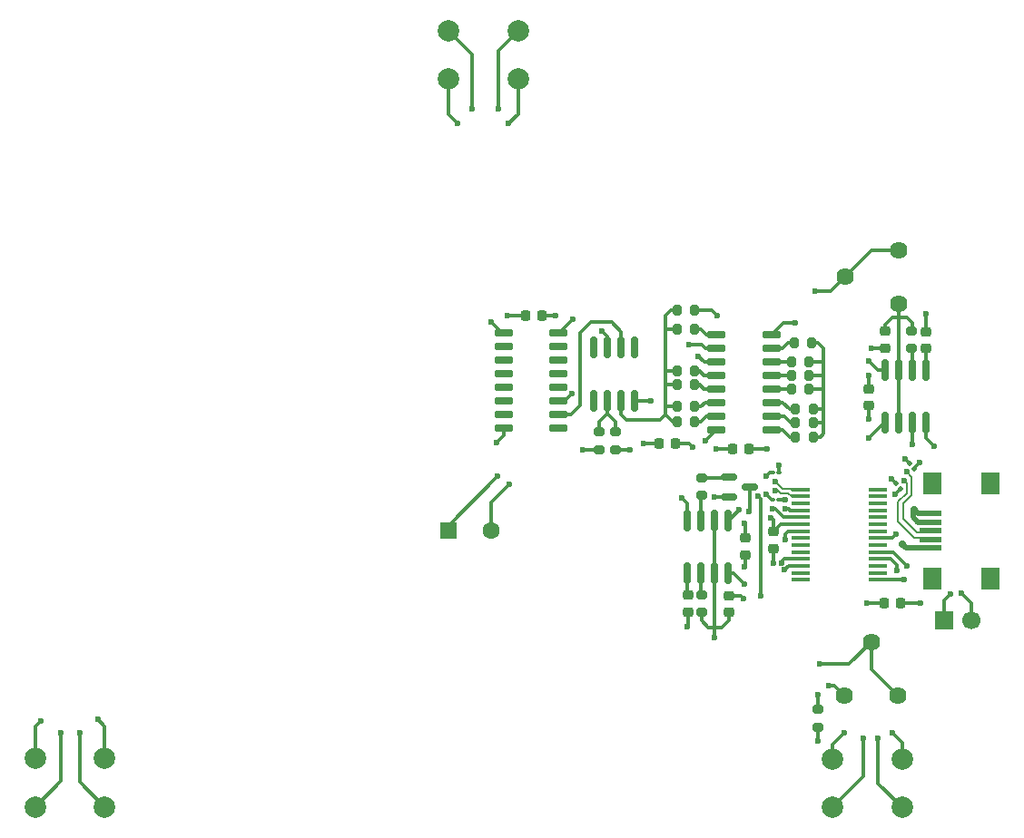
<source format=gbr>
%TF.GenerationSoftware,KiCad,Pcbnew,9.0.1*%
%TF.CreationDate,2025-07-23T18:00:58-03:00*%
%TF.ProjectId,board,626f6172-642e-46b6-9963-61645f706362,rev?*%
%TF.SameCoordinates,Original*%
%TF.FileFunction,Copper,L1,Top*%
%TF.FilePolarity,Positive*%
%FSLAX46Y46*%
G04 Gerber Fmt 4.6, Leading zero omitted, Abs format (unit mm)*
G04 Created by KiCad (PCBNEW 9.0.1) date 2025-07-23 18:00:58*
%MOMM*%
%LPD*%
G01*
G04 APERTURE LIST*
G04 Aperture macros list*
%AMRoundRect*
0 Rectangle with rounded corners*
0 $1 Rounding radius*
0 $2 $3 $4 $5 $6 $7 $8 $9 X,Y pos of 4 corners*
0 Add a 4 corners polygon primitive as box body*
4,1,4,$2,$3,$4,$5,$6,$7,$8,$9,$2,$3,0*
0 Add four circle primitives for the rounded corners*
1,1,$1+$1,$2,$3*
1,1,$1+$1,$4,$5*
1,1,$1+$1,$6,$7*
1,1,$1+$1,$8,$9*
0 Add four rect primitives between the rounded corners*
20,1,$1+$1,$2,$3,$4,$5,0*
20,1,$1+$1,$4,$5,$6,$7,0*
20,1,$1+$1,$6,$7,$8,$9,0*
20,1,$1+$1,$8,$9,$2,$3,0*%
G04 Aperture macros list end*
%TA.AperFunction,SMDPad,CuDef*%
%ADD10R,1.750000X0.450000*%
%TD*%
%TA.AperFunction,SMDPad,CuDef*%
%ADD11RoundRect,0.100000X-0.162635X0.021213X0.021213X-0.162635X0.162635X-0.021213X-0.021213X0.162635X0*%
%TD*%
%TA.AperFunction,SMDPad,CuDef*%
%ADD12RoundRect,0.100000X-0.130000X-0.100000X0.130000X-0.100000X0.130000X0.100000X-0.130000X0.100000X0*%
%TD*%
%TA.AperFunction,SMDPad,CuDef*%
%ADD13RoundRect,0.225000X0.225000X0.250000X-0.225000X0.250000X-0.225000X-0.250000X0.225000X-0.250000X0*%
%TD*%
%TA.AperFunction,SMDPad,CuDef*%
%ADD14RoundRect,0.225000X0.250000X-0.225000X0.250000X0.225000X-0.250000X0.225000X-0.250000X-0.225000X0*%
%TD*%
%TA.AperFunction,SMDPad,CuDef*%
%ADD15RoundRect,0.200000X0.275000X-0.200000X0.275000X0.200000X-0.275000X0.200000X-0.275000X-0.200000X0*%
%TD*%
%TA.AperFunction,SMDPad,CuDef*%
%ADD16RoundRect,0.200000X-0.200000X-0.275000X0.200000X-0.275000X0.200000X0.275000X-0.200000X0.275000X0*%
%TD*%
%TA.AperFunction,SMDPad,CuDef*%
%ADD17RoundRect,0.150000X0.150000X-0.825000X0.150000X0.825000X-0.150000X0.825000X-0.150000X-0.825000X0*%
%TD*%
%TA.AperFunction,ComponentPad*%
%ADD18C,1.620000*%
%TD*%
%TA.AperFunction,SMDPad,CuDef*%
%ADD19RoundRect,0.225000X-0.225000X-0.250000X0.225000X-0.250000X0.225000X0.250000X-0.225000X0.250000X0*%
%TD*%
%TA.AperFunction,SMDPad,CuDef*%
%ADD20RoundRect,0.200000X0.200000X0.275000X-0.200000X0.275000X-0.200000X-0.275000X0.200000X-0.275000X0*%
%TD*%
%TA.AperFunction,ComponentPad*%
%ADD21R,1.700000X1.700000*%
%TD*%
%TA.AperFunction,ComponentPad*%
%ADD22C,1.700000*%
%TD*%
%TA.AperFunction,SMDPad,CuDef*%
%ADD23RoundRect,0.200000X-0.275000X0.200000X-0.275000X-0.200000X0.275000X-0.200000X0.275000X0.200000X0*%
%TD*%
%TA.AperFunction,SMDPad,CuDef*%
%ADD24RoundRect,0.225000X-0.250000X0.225000X-0.250000X-0.225000X0.250000X-0.225000X0.250000X0.225000X0*%
%TD*%
%TA.AperFunction,SMDPad,CuDef*%
%ADD25RoundRect,0.150000X-0.725000X-0.150000X0.725000X-0.150000X0.725000X0.150000X-0.725000X0.150000X0*%
%TD*%
%TA.AperFunction,ComponentPad*%
%ADD26R,1.600000X1.600000*%
%TD*%
%TA.AperFunction,ComponentPad*%
%ADD27C,1.600000*%
%TD*%
%TA.AperFunction,ComponentPad*%
%ADD28C,2.000000*%
%TD*%
%TA.AperFunction,SMDPad,CuDef*%
%ADD29RoundRect,0.150000X-0.150000X0.825000X-0.150000X-0.825000X0.150000X-0.825000X0.150000X0.825000X0*%
%TD*%
%TA.AperFunction,SMDPad,CuDef*%
%ADD30RoundRect,0.150000X0.725000X0.150000X-0.725000X0.150000X-0.725000X-0.150000X0.725000X-0.150000X0*%
%TD*%
%TA.AperFunction,SMDPad,CuDef*%
%ADD31RoundRect,0.150000X-0.587500X-0.150000X0.587500X-0.150000X0.587500X0.150000X-0.587500X0.150000X0*%
%TD*%
%TA.AperFunction,SMDPad,CuDef*%
%ADD32R,2.000000X0.500000*%
%TD*%
%TA.AperFunction,SMDPad,CuDef*%
%ADD33R,1.700000X2.000000*%
%TD*%
%TA.AperFunction,ViaPad*%
%ADD34C,0.600000*%
%TD*%
%TA.AperFunction,ViaPad*%
%ADD35C,0.700000*%
%TD*%
%TA.AperFunction,Conductor*%
%ADD36C,0.300000*%
%TD*%
%TA.AperFunction,Conductor*%
%ADD37C,0.200000*%
%TD*%
%TA.AperFunction,Conductor*%
%ADD38C,0.500000*%
%TD*%
%TA.AperFunction,Conductor*%
%ADD39C,0.202000*%
%TD*%
G04 APERTURE END LIST*
D10*
%TO.P,U6,28,OSCO*%
%TO.N,unconnected-(U6-OSCO-Pad28)*%
X101911600Y-73059000D03*
%TO.P,U6,27,OSCI*%
%TO.N,unconnected-(U6-OSCI-Pad27)*%
X101911600Y-72409000D03*
%TO.P,U6,26,TEST*%
%TO.N,GND*%
X101911600Y-71759000D03*
%TO.P,U6,25,AGND*%
X101911600Y-71109000D03*
%TO.P,U6,24*%
%TO.N,N/C*%
X101911600Y-70459000D03*
%TO.P,U6,23,CBUS0*%
%TO.N,unconnected-(U6-CBUS0-Pad23)*%
X101911600Y-69809000D03*
%TO.P,U6,22,CBUS1*%
%TO.N,unconnected-(U6-CBUS1-Pad22)*%
X101911600Y-69159000D03*
%TO.P,U6,21,GND*%
%TO.N,GND*%
X101911600Y-68509000D03*
%TO.P,U6,20,VCC*%
%TO.N,5V*%
X101911600Y-67859000D03*
%TO.P,U6,19,~{RESET}*%
%TO.N,ALARM*%
X101911600Y-67209000D03*
%TO.P,U6,18,GND*%
%TO.N,GND*%
X101911600Y-66559000D03*
%TO.P,U6,17,3V3OUT*%
%TO.N,unconnected-(U6-3V3OUT-Pad17)*%
X101911600Y-65909000D03*
%TO.P,U6,16,USBD-*%
%TO.N,DT-*%
X101911600Y-65259000D03*
%TO.P,U6,15,USBD+*%
%TO.N,DT+*%
X101911600Y-64609000D03*
%TO.P,U6,14,CBUS3*%
%TO.N,unconnected-(U6-CBUS3-Pad14)*%
X109111600Y-64609000D03*
%TO.P,U6,13,CBUS2*%
%TO.N,unconnected-(U6-CBUS2-Pad13)*%
X109111600Y-65259000D03*
%TO.P,U6,12,CBUS4*%
%TO.N,unconnected-(U6-CBUS4-Pad12)*%
X109111600Y-65909000D03*
%TO.P,U6,11,CTS*%
%TO.N,unconnected-(U6-CTS-Pad11)*%
X109111600Y-66559000D03*
%TO.P,U6,10,DCD*%
%TO.N,unconnected-(U6-DCD-Pad10)*%
X109111600Y-67209000D03*
%TO.P,U6,9,DCR*%
%TO.N,unconnected-(U6-DCR-Pad9)*%
X109111600Y-67859000D03*
%TO.P,U6,8*%
%TO.N,N/C*%
X109111600Y-68509000D03*
%TO.P,U6,7,GND*%
%TO.N,GND*%
X109111600Y-69159000D03*
%TO.P,U6,6,RI*%
%TO.N,unconnected-(U6-RI-Pad6)*%
X109111600Y-69809000D03*
%TO.P,U6,5,RXD*%
%TO.N,Net-(J1-Pin_2)*%
X109111600Y-70459000D03*
%TO.P,U6,4,VCCIO*%
%TO.N,5V*%
X109111600Y-71109000D03*
%TO.P,U6,3,RTS*%
%TO.N,unconnected-(U6-RTS-Pad3)*%
X109111600Y-71759000D03*
%TO.P,U6,2,DTR*%
%TO.N,unconnected-(U6-DTR-Pad2)*%
X109111600Y-72409000D03*
%TO.P,U6,1,TXD*%
%TO.N,Net-(J1-Pin_1)*%
X109111600Y-73059000D03*
%TD*%
D11*
%TO.P,C13,2*%
%TO.N,GND*%
X112486274Y-62666274D03*
%TO.P,C13,1*%
%TO.N,5V*%
X112033726Y-62213726D03*
%TD*%
%TO.P,C12,2*%
%TO.N,GND*%
X111236274Y-64526274D03*
%TO.P,C12,1*%
%TO.N,5V*%
X110783726Y-64073726D03*
%TD*%
D12*
%TO.P,C14,1*%
%TO.N,5V*%
X99230000Y-63030000D03*
%TO.P,C14,2*%
%TO.N,GND*%
X99870000Y-63030000D03*
%TD*%
%TO.P,C15,1*%
%TO.N,5V*%
X99240000Y-65550000D03*
%TO.P,C15,2*%
%TO.N,GND*%
X99880000Y-65550000D03*
%TD*%
D13*
%TO.P,C7,1*%
%TO.N,5V*%
X90218000Y-60325000D03*
%TO.P,C7,2*%
%TO.N,GND*%
X88668000Y-60325000D03*
%TD*%
D14*
%TO.P,C4,1*%
%TO.N,Net-(U5-DIS)*%
X95152000Y-76109000D03*
%TO.P,C4,2*%
%TO.N,GND*%
X95152000Y-74559000D03*
%TD*%
D15*
%TO.P,R2,1*%
%TO.N,5V*%
X103530400Y-86829400D03*
%TO.P,R2,2*%
%TO.N,RESET*%
X103530400Y-85179400D03*
%TD*%
D16*
%TO.P,R5,1*%
%TO.N,Net-(U1-Q2)*%
X101029000Y-52705000D03*
%TO.P,R5,2*%
%TO.N,Net-(U4-+)*%
X102679000Y-52705000D03*
%TD*%
D17*
%TO.P,U2,1,GND*%
%TO.N,GND*%
X109763000Y-58417000D03*
%TO.P,U2,2,TR*%
%TO.N,Net-(U2-DIS)*%
X111033000Y-58417000D03*
%TO.P,U2,3,Q*%
%TO.N,CLOCK*%
X112303000Y-58417000D03*
%TO.P,U2,4,R*%
%TO.N,Net-(SW1-B)*%
X113573000Y-58417000D03*
%TO.P,U2,5,CV*%
%TO.N,Net-(U2-CV)*%
X113573000Y-53467000D03*
%TO.P,U2,6,THR*%
%TO.N,Net-(U2-THR)*%
X112303000Y-53467000D03*
%TO.P,U2,7,DIS*%
%TO.N,Net-(U2-DIS)*%
X111033000Y-53467000D03*
%TO.P,U2,8,VCC*%
%TO.N,5V*%
X109763000Y-53467000D03*
%TD*%
D18*
%TO.P,RV1,1,1*%
%TO.N,5V*%
X110993000Y-42271000D03*
%TO.P,RV1,2,2*%
X105993000Y-44771000D03*
%TO.P,RV1,3,3*%
%TO.N,Net-(U2-DIS)*%
X110993000Y-47271000D03*
%TD*%
D19*
%TO.P,C8,1*%
%TO.N,5V*%
X95526000Y-60833000D03*
%TO.P,C8,2*%
%TO.N,GND*%
X97076000Y-60833000D03*
%TD*%
D20*
%TO.P,R14,1*%
%TO.N,GND*%
X92011000Y-47879000D03*
%TO.P,R14,2*%
%TO.N,Net-(U4-+)*%
X90361000Y-47879000D03*
%TD*%
D21*
%TO.P,J1,1,Pin_1*%
%TO.N,Net-(J1-Pin_1)*%
X115234400Y-76835400D03*
D22*
%TO.P,J1,2,Pin_2*%
%TO.N,Net-(J1-Pin_2)*%
X117774400Y-76835400D03*
%TD*%
D23*
%TO.P,R1,1*%
%TO.N,Net-(U2-DIS)*%
X112176000Y-49813000D03*
%TO.P,R1,2*%
%TO.N,Net-(U2-THR)*%
X112176000Y-51463000D03*
%TD*%
D16*
%TO.P,R15,1*%
%TO.N,Net-(U1-Q11)*%
X101410000Y-59740800D03*
%TO.P,R15,2*%
%TO.N,Net-(U4-+)*%
X103060000Y-59740800D03*
%TD*%
%TO.P,R9,1*%
%TO.N,Net-(U1-Q6)*%
X101029000Y-55245000D03*
%TO.P,R9,2*%
%TO.N,Net-(U4-+)*%
X102679000Y-55245000D03*
%TD*%
%TO.P,R8,1*%
%TO.N,Net-(U1-Q5)*%
X101410000Y-58420000D03*
%TO.P,R8,2*%
%TO.N,Net-(U4-+)*%
X103060000Y-58420000D03*
%TD*%
D14*
%TO.P,C6,1*%
%TO.N,GND*%
X91342000Y-76051000D03*
%TO.P,C6,2*%
%TO.N,Net-(U5-CV)*%
X91342000Y-74501000D03*
%TD*%
D23*
%TO.P,R16,1*%
%TO.N,Net-(U4--)*%
X83093000Y-59246000D03*
%TO.P,R16,2*%
%TO.N,5V*%
X83093000Y-60896000D03*
%TD*%
D20*
%TO.P,R3,1*%
%TO.N,Net-(U1-Q0)*%
X92011000Y-49657000D03*
%TO.P,R3,2*%
%TO.N,Net-(U4-+)*%
X90361000Y-49657000D03*
%TD*%
D24*
%TO.P,C11,1*%
%TO.N,5V*%
X99314000Y-68567000D03*
%TO.P,C11,2*%
%TO.N,GND*%
X99314000Y-70117000D03*
%TD*%
%TO.P,C1,1*%
%TO.N,Net-(U2-DIS)*%
X109763000Y-49863000D03*
%TO.P,C1,2*%
%TO.N,GND*%
X109763000Y-51413000D03*
%TD*%
D16*
%TO.P,R6,1*%
%TO.N,Net-(U1-Q3)*%
X101029000Y-53975000D03*
%TO.P,R6,2*%
%TO.N,Net-(U4-+)*%
X102679000Y-53975000D03*
%TD*%
D20*
%TO.P,R13,1*%
%TO.N,Net-(U1-Q10)*%
X92011000Y-58293000D03*
%TO.P,R13,2*%
%TO.N,Net-(U4-+)*%
X90361000Y-58293000D03*
%TD*%
D25*
%TO.P,U3,1,Q11*%
%TO.N,ALARM*%
X74168000Y-50038000D03*
%TO.P,U3,2,Q5*%
%TO.N,unconnected-(U3-Q5-Pad2)*%
X74168000Y-51308000D03*
%TO.P,U3,3,Q4*%
%TO.N,unconnected-(U3-Q4-Pad3)*%
X74168000Y-52578000D03*
%TO.P,U3,4,Q6*%
%TO.N,unconnected-(U3-Q6-Pad4)*%
X74168000Y-53848000D03*
%TO.P,U3,5,Q3*%
%TO.N,unconnected-(U3-Q3-Pad5)*%
X74168000Y-55118000D03*
%TO.P,U3,6,Q2*%
%TO.N,unconnected-(U3-Q2-Pad6)*%
X74168000Y-56388000D03*
%TO.P,U3,7,Q1*%
%TO.N,unconnected-(U3-Q1-Pad7)*%
X74168000Y-57658000D03*
%TO.P,U3,8,VSS*%
%TO.N,GND*%
X74168000Y-58928000D03*
%TO.P,U3,9,Q0*%
%TO.N,unconnected-(U3-Q0-Pad9)*%
X79318000Y-58928000D03*
%TO.P,U3,10,CLK*%
%TO.N,Net-(U3-CLK)*%
X79318000Y-57658000D03*
%TO.P,U3,11,Reset*%
%TO.N,RESET*%
X79318000Y-56388000D03*
%TO.P,U3,12,Q8*%
%TO.N,unconnected-(U3-Q8-Pad12)*%
X79318000Y-55118000D03*
%TO.P,U3,13,Q7*%
%TO.N,unconnected-(U3-Q7-Pad13)*%
X79318000Y-53848000D03*
%TO.P,U3,14,Q9*%
%TO.N,unconnected-(U3-Q9-Pad14)*%
X79318000Y-52578000D03*
%TO.P,U3,15,Q10*%
%TO.N,unconnected-(U3-Q10-Pad15)*%
X79318000Y-51308000D03*
%TO.P,U3,16,VDD*%
%TO.N,5V*%
X79318000Y-50038000D03*
%TD*%
D24*
%TO.P,C2,1*%
%TO.N,GND*%
X113573000Y-49898000D03*
%TO.P,C2,2*%
%TO.N,Net-(U2-CV)*%
X113573000Y-51448000D03*
%TD*%
D16*
%TO.P,R7,1*%
%TO.N,Net-(U1-Q4)*%
X101410000Y-57150000D03*
%TO.P,R7,2*%
%TO.N,Net-(U4-+)*%
X103060000Y-57150000D03*
%TD*%
D26*
%TO.P,BZ1,1,+*%
%TO.N,5V*%
X69000000Y-68500000D03*
D27*
%TO.P,BZ1,2,-*%
%TO.N,Net-(BZ1--)*%
X73000000Y-68500000D03*
%TD*%
D20*
%TO.P,R11,1*%
%TO.N,Net-(U1-Q8)*%
X92011000Y-53594000D03*
%TO.P,R11,2*%
%TO.N,Net-(U4-+)*%
X90361000Y-53594000D03*
%TD*%
D28*
%TO.P,SW1,1,A*%
%TO.N,5V*%
X69038400Y-21778400D03*
X75538400Y-21778400D03*
%TO.P,SW1,2,B*%
%TO.N,Net-(SW1-B)*%
X69038400Y-26278400D03*
X75538400Y-26278400D03*
%TD*%
D16*
%TO.P,R4,1*%
%TO.N,Net-(U1-Q1)*%
X101283000Y-50927000D03*
%TO.P,R4,2*%
%TO.N,Net-(U4-+)*%
X102933000Y-50927000D03*
%TD*%
D28*
%TO.P,SW4,1,A*%
%TO.N,RESET*%
X111352400Y-94299600D03*
X104852400Y-94299600D03*
%TO.P,SW4,2,B*%
%TO.N,GND*%
X111352400Y-89799600D03*
X104852400Y-89799600D03*
%TD*%
D29*
%TO.P,U5,1,GND*%
%TO.N,GND*%
X95123000Y-67502000D03*
%TO.P,U5,2,TR*%
%TO.N,Net-(U5-DIS)*%
X93853000Y-67502000D03*
%TO.P,U5,3,Q*%
%TO.N,Net-(U5-Q)*%
X92583000Y-67502000D03*
%TO.P,U5,4,R*%
%TO.N,ALARM*%
X91313000Y-67502000D03*
%TO.P,U5,5,CV*%
%TO.N,Net-(U5-CV)*%
X91313000Y-72452000D03*
%TO.P,U5,6,THR*%
%TO.N,Net-(U5-THR)*%
X92583000Y-72452000D03*
%TO.P,U5,7,DIS*%
%TO.N,Net-(U5-DIS)*%
X93853000Y-72452000D03*
%TO.P,U5,8,VCC*%
%TO.N,5V*%
X95123000Y-72452000D03*
%TD*%
D20*
%TO.P,R10,1*%
%TO.N,Net-(U1-Q7)*%
X92011000Y-54864000D03*
%TO.P,R10,2*%
%TO.N,Net-(U4-+)*%
X90361000Y-54864000D03*
%TD*%
D14*
%TO.P,C9,1*%
%TO.N,5V*%
X96676000Y-70717000D03*
%TO.P,C9,2*%
%TO.N,GND*%
X96676000Y-69167000D03*
%TD*%
D30*
%TO.P,U1,1,Q11*%
%TO.N,Net-(U1-Q11)*%
X99187000Y-59055000D03*
%TO.P,U1,2,Q5*%
%TO.N,Net-(U1-Q5)*%
X99187000Y-57785000D03*
%TO.P,U1,3,Q4*%
%TO.N,Net-(U1-Q4)*%
X99187000Y-56515000D03*
%TO.P,U1,4,Q6*%
%TO.N,Net-(U1-Q6)*%
X99187000Y-55245000D03*
%TO.P,U1,5,Q3*%
%TO.N,Net-(U1-Q3)*%
X99187000Y-53975000D03*
%TO.P,U1,6,Q2*%
%TO.N,Net-(U1-Q2)*%
X99187000Y-52705000D03*
%TO.P,U1,7,Q1*%
%TO.N,Net-(U1-Q1)*%
X99187000Y-51435000D03*
%TO.P,U1,8,VSS*%
%TO.N,GND*%
X99187000Y-50165000D03*
%TO.P,U1,9,Q0*%
%TO.N,Net-(U1-Q0)*%
X94037000Y-50165000D03*
%TO.P,U1,10,CLK*%
%TO.N,CLOCK*%
X94037000Y-51435000D03*
%TO.P,U1,11,Reset*%
%TO.N,RESET*%
X94037000Y-52705000D03*
%TO.P,U1,12,Q8*%
%TO.N,Net-(U1-Q8)*%
X94037000Y-53975000D03*
%TO.P,U1,13,Q7*%
%TO.N,Net-(U1-Q7)*%
X94037000Y-55245000D03*
%TO.P,U1,14,Q9*%
%TO.N,Net-(U1-Q9)*%
X94037000Y-56515000D03*
%TO.P,U1,15,Q10*%
%TO.N,Net-(U1-Q10)*%
X94037000Y-57785000D03*
%TO.P,U1,16,VDD*%
%TO.N,5V*%
X94037000Y-59055000D03*
%TD*%
D20*
%TO.P,R12,1*%
%TO.N,Net-(U1-Q9)*%
X92011000Y-56896000D03*
%TO.P,R12,2*%
%TO.N,Net-(U4-+)*%
X90361000Y-56896000D03*
%TD*%
D31*
%TO.P,Q2,1,B*%
%TO.N,Net-(Q2-B)*%
X95230500Y-63439000D03*
%TO.P,Q2,2,E*%
%TO.N,GND*%
X95230500Y-65339000D03*
%TO.P,Q2,3,C*%
%TO.N,Net-(BZ1--)*%
X97105500Y-64389000D03*
%TD*%
D23*
%TO.P,R20,1*%
%TO.N,Net-(Q2-B)*%
X92612000Y-63528000D03*
%TO.P,R20,2*%
%TO.N,Net-(U5-Q)*%
X92612000Y-65178000D03*
%TD*%
D15*
%TO.P,R19,1*%
%TO.N,Net-(U5-DIS)*%
X92612000Y-76101000D03*
%TO.P,R19,2*%
%TO.N,Net-(U5-THR)*%
X92612000Y-74451000D03*
%TD*%
D24*
%TO.P,C3,1*%
%TO.N,5V*%
X108239000Y-55232000D03*
%TO.P,C3,2*%
%TO.N,GND*%
X108239000Y-56782000D03*
%TD*%
D18*
%TO.P,RV2,1,1*%
%TO.N,5V*%
X110953000Y-83881600D03*
%TO.P,RV2,2,2*%
X108453000Y-78881600D03*
%TO.P,RV2,3,3*%
%TO.N,Net-(U5-DIS)*%
X105953000Y-83881600D03*
%TD*%
D32*
%TO.P,J2,1,VBUS*%
%TO.N,5V*%
X114030200Y-70078400D03*
%TO.P,J2,2,D-*%
%TO.N,DT-*%
X114030200Y-69278400D03*
%TO.P,J2,3,D+*%
%TO.N,DT+*%
X114030200Y-68478400D03*
%TO.P,J2,4,GND*%
%TO.N,GND*%
X114030200Y-67678400D03*
%TO.P,J2,5,Shield*%
X114030200Y-66878400D03*
D33*
%TO.P,J2,6*%
%TO.N,N/C*%
X114130200Y-72928400D03*
X119580200Y-72928400D03*
X114130200Y-64028400D03*
X119580200Y-64028400D03*
%TD*%
D13*
%TO.P,C5,1*%
%TO.N,5V*%
X77737000Y-48387000D03*
%TO.P,C5,2*%
%TO.N,GND*%
X76187000Y-48387000D03*
%TD*%
D17*
%TO.P,U4,1,NULL*%
%TO.N,unconnected-(U4-NULL-Pad1)*%
X82585000Y-56323000D03*
%TO.P,U4,2,-*%
%TO.N,Net-(U4--)*%
X83855000Y-56323000D03*
%TO.P,U4,3,+*%
%TO.N,Net-(U4-+)*%
X85125000Y-56323000D03*
%TO.P,U4,4,V-*%
%TO.N,GND*%
X86395000Y-56323000D03*
%TO.P,U4,5,NULL*%
%TO.N,unconnected-(U4-NULL-Pad5)*%
X86395000Y-51373000D03*
%TO.P,U4,6*%
%TO.N,Net-(U3-CLK)*%
X85125000Y-51373000D03*
%TO.P,U4,7,V+*%
%TO.N,5V*%
X83855000Y-51373000D03*
%TO.P,U4,8,NC*%
%TO.N,unconnected-(U4-NC-Pad8)*%
X82585000Y-51373000D03*
%TD*%
D19*
%TO.P,C10,1*%
%TO.N,5V*%
X109664200Y-75234800D03*
%TO.P,C10,2*%
%TO.N,GND*%
X111214200Y-75234800D03*
%TD*%
D15*
%TO.P,R17,1*%
%TO.N,GND*%
X84617000Y-60896000D03*
%TO.P,R17,2*%
%TO.N,Net-(U4--)*%
X84617000Y-59246000D03*
%TD*%
D28*
%TO.P,SW2,1,A*%
%TO.N,5V*%
X30481200Y-89748800D03*
X36981200Y-89748800D03*
%TO.P,SW2,2,B*%
%TO.N,Net-(SW1-B)*%
X30481200Y-94248800D03*
X36981200Y-94248800D03*
%TD*%
D34*
%TO.N,GND*%
X113010000Y-62130000D03*
%TO.N,DT+*%
X111761207Y-62964075D03*
%TO.N,DT-*%
X111575000Y-63840000D03*
%TO.N,5V*%
X111627597Y-61809333D03*
%TO.N,DT+*%
X99532778Y-63856419D03*
%TO.N,DT-*%
X99532778Y-64706419D03*
%TO.N,5V*%
X98660000Y-63410000D03*
%TO.N,GND*%
X100480000Y-65580000D03*
X99890000Y-62400000D03*
%TO.N,5V*%
X98694383Y-65071463D03*
%TO.N,Net-(SW1-B)*%
X114300000Y-60553600D03*
X69900800Y-30480000D03*
X74625200Y-30480000D03*
X32918400Y-87376000D03*
X34645600Y-87376000D03*
%TO.N,5V*%
X36322000Y-86106000D03*
X96621600Y-73456800D03*
X108204000Y-52628800D03*
X110871000Y-72161400D03*
X99100000Y-67250000D03*
X103682800Y-80924400D03*
X110350000Y-63650000D03*
X73609200Y-63398400D03*
X94030800Y-60858400D03*
X108254800Y-54000400D03*
D35*
X111353600Y-69748400D03*
D34*
X30988000Y-86207600D03*
X96672400Y-71831200D03*
X71272400Y-29057600D03*
X79044800Y-48412400D03*
X81584800Y-60909200D03*
X80670400Y-48717200D03*
X108051600Y-75234800D03*
X93014800Y-60096400D03*
X91795600Y-60655200D03*
X83362800Y-49834800D03*
X73660000Y-29057600D03*
X103530400Y-88087200D03*
X103225600Y-46075600D03*
%TO.N,GND*%
X93878400Y-65328800D03*
D35*
X112442800Y-66520000D03*
D34*
X86004400Y-60909200D03*
X96672400Y-67767200D03*
X108254800Y-59842400D03*
X108458000Y-51409600D03*
X100380800Y-72136000D03*
X101396800Y-49072800D03*
X74523600Y-48412400D03*
X100126800Y-71526400D03*
X87274400Y-60350400D03*
X100448520Y-66458480D03*
X110439200Y-87376000D03*
X96164400Y-66497200D03*
X91338400Y-77470000D03*
X96520000Y-74777600D03*
X110720000Y-65060000D03*
X113588800Y-48209200D03*
X100430000Y-69320000D03*
X94132400Y-48412400D03*
X98755200Y-60858400D03*
X110794800Y-68834000D03*
X105968800Y-87325200D03*
X113030000Y-75234800D03*
X73507600Y-60248800D03*
X108254800Y-58013600D03*
X87884000Y-56337200D03*
X99314000Y-71475600D03*
%TO.N,CLOCK*%
X112318800Y-60401200D03*
X91490800Y-51104800D03*
%TO.N,Net-(U5-DIS)*%
X93878400Y-78486000D03*
X104495600Y-82905600D03*
%TO.N,ALARM*%
X72999600Y-49022000D03*
X90779600Y-65379600D03*
X99216092Y-66458465D03*
%TO.N,Net-(J1-Pin_2)*%
X111810800Y-71729600D03*
X116840000Y-74269600D03*
%TO.N,Net-(J1-Pin_1)*%
X111506000Y-73050400D03*
X115849400Y-74396600D03*
%TO.N,Net-(BZ1--)*%
X97020000Y-66710000D03*
X74676000Y-64160400D03*
%TO.N,RESET*%
X80568800Y-55676800D03*
X109118400Y-87884000D03*
X98196400Y-74523600D03*
X97907000Y-65213000D03*
X107746800Y-87884000D03*
X103530400Y-83769200D03*
X92354400Y-52171600D03*
%TD*%
D36*
%TO.N,5V*%
X110783726Y-64073726D02*
X110773726Y-64073726D01*
X110773726Y-64073726D02*
X110350000Y-63650000D01*
X112033726Y-62213726D02*
X112031990Y-62213726D01*
X112031990Y-62213726D02*
X111627597Y-61809333D01*
%TO.N,GND*%
X112486274Y-62666274D02*
X112486274Y-62653726D01*
X112486274Y-62653726D02*
X113010000Y-62130000D01*
X99870000Y-63030000D02*
X99870000Y-62420000D01*
X99870000Y-62420000D02*
X99890000Y-62400000D01*
X110720000Y-65060000D02*
X110720000Y-65042548D01*
X110720000Y-65042548D02*
X111236274Y-64526274D01*
D37*
%TO.N,DT+*%
X114030200Y-68478400D02*
X113280200Y-68478400D01*
X111440000Y-65948198D02*
X112225001Y-65163197D01*
X113280200Y-68478400D02*
X113110200Y-68648400D01*
X112693670Y-68648400D02*
X111440000Y-67394730D01*
X112225001Y-63427869D02*
X111761207Y-62964075D01*
X113110200Y-68648400D02*
X112693670Y-68648400D01*
X111440000Y-67394730D02*
X111440000Y-65948198D01*
X112225001Y-65163197D02*
X112225001Y-63427869D01*
%TO.N,DT-*%
X113280200Y-69278400D02*
X113110200Y-69108400D01*
X113110200Y-69108400D02*
X112503130Y-69108400D01*
X114030200Y-69278400D02*
X113280200Y-69278400D01*
X112503130Y-69108400D02*
X110980000Y-67585270D01*
X110980000Y-67585270D02*
X110980000Y-65771802D01*
X110980000Y-65771802D02*
X111774999Y-64976803D01*
X111774999Y-64976803D02*
X111774999Y-64039999D01*
X111774999Y-64039999D02*
X111575000Y-63840000D01*
%TO.N,DT+*%
X99532778Y-63856419D02*
X100205379Y-64529020D01*
%TO.N,DT-*%
X100728943Y-64979000D02*
X101008943Y-65259000D01*
%TO.N,DT+*%
X100205379Y-64529020D02*
X100915331Y-64529020D01*
%TO.N,DT-*%
X101008943Y-65259000D02*
X101911600Y-65259000D01*
%TO.N,DT+*%
X100915331Y-64529020D02*
X100995311Y-64609000D01*
%TO.N,DT-*%
X100018962Y-64979000D02*
X100728943Y-64979000D01*
%TO.N,DT+*%
X100995311Y-64609000D02*
X101911600Y-64609000D01*
%TO.N,DT-*%
X99532778Y-64706419D02*
X99746381Y-64706419D01*
X99746381Y-64706419D02*
X100018962Y-64979000D01*
D36*
%TO.N,GND*%
X99880000Y-65550000D02*
X100450000Y-65550000D01*
X100450000Y-65550000D02*
X100480000Y-65580000D01*
%TO.N,5V*%
X99240000Y-65550000D02*
X99172920Y-65550000D01*
X99172920Y-65550000D02*
X98694383Y-65071463D01*
X99230000Y-63030000D02*
X99040000Y-63030000D01*
X99040000Y-63030000D02*
X98660000Y-63410000D01*
%TO.N,RESET*%
X97907000Y-65213000D02*
X98194000Y-65500000D01*
X98194000Y-71219200D02*
X98196400Y-71221600D01*
X98196400Y-71221600D02*
X98196400Y-74523600D01*
X98194000Y-65500000D02*
X98194000Y-71219200D01*
%TO.N,Net-(BZ1--)*%
X97105500Y-64389000D02*
X97105500Y-66624500D01*
X97105500Y-66624500D02*
X97020000Y-66710000D01*
%TO.N,ALARM*%
X99216092Y-66458465D02*
X99529265Y-66458465D01*
X101869600Y-67167000D02*
X101911600Y-67209000D01*
X99529265Y-66458465D02*
X100237800Y-67167000D01*
X100237800Y-67167000D02*
X101869600Y-67167000D01*
%TO.N,GND*%
X100786290Y-66458480D02*
X100886810Y-66559000D01*
X100448520Y-66458480D02*
X100786290Y-66458480D01*
X100886810Y-66559000D02*
X101911600Y-66559000D01*
%TO.N,Net-(U2-DIS)*%
X111033000Y-58417000D02*
X111033000Y-53467000D01*
X109763000Y-49241000D02*
X110398000Y-48606000D01*
X112303000Y-49813000D02*
X112303000Y-49114000D01*
X112303000Y-49114000D02*
X111795000Y-48606000D01*
X111033000Y-48606000D02*
X111033000Y-47630000D01*
X111033000Y-48606000D02*
X110398000Y-48606000D01*
X109763000Y-49863000D02*
X109763000Y-49241000D01*
X111795000Y-48606000D02*
X111033000Y-48606000D01*
X111033000Y-47441000D02*
X110993000Y-47401000D01*
X111033000Y-53467000D02*
X111033000Y-48606000D01*
%TO.N,Net-(U2-THR)*%
X112303000Y-53467000D02*
X112303000Y-51463000D01*
%TO.N,Net-(SW1-B)*%
X75538400Y-26278400D02*
X75538400Y-29566800D01*
X30481200Y-94248800D02*
X32918400Y-91811600D01*
X32918400Y-91811600D02*
X32918400Y-87376000D01*
X34645600Y-91913200D02*
X34645600Y-87376000D01*
X113573000Y-58417000D02*
X113573000Y-59826600D01*
X113573000Y-59826600D02*
X114300000Y-60553600D01*
X75538400Y-29566800D02*
X74625200Y-30480000D01*
X69038400Y-29617600D02*
X69900800Y-30480000D01*
X36981200Y-94248800D02*
X34645600Y-91913200D01*
X69038400Y-26278400D02*
X69038400Y-29617600D01*
%TO.N,5V*%
X108453000Y-81381600D02*
X108453000Y-78881600D01*
X109042200Y-53467000D02*
X109763000Y-53467000D01*
X101911600Y-67859000D02*
X100022000Y-67859000D01*
X94056200Y-60833000D02*
X94030800Y-60858400D01*
X96676000Y-71827600D02*
X96672400Y-71831200D01*
X105993000Y-44771000D02*
X104688400Y-46075600D01*
X108493000Y-42271000D02*
X105993000Y-44771000D01*
X110871000Y-71693400D02*
X110871000Y-72161400D01*
X95123000Y-72452000D02*
X95616800Y-72452000D01*
X73660000Y-23656800D02*
X73660000Y-29057600D01*
X109111600Y-71109000D02*
X110286600Y-71109000D01*
D38*
X111353600Y-69748400D02*
X111683600Y-70078400D01*
D36*
X110286600Y-71109000D02*
X110871000Y-71693400D01*
X69000000Y-68500000D02*
X69000000Y-68007600D01*
X104444800Y-80924400D02*
X103682800Y-80924400D01*
X36981200Y-89748800D02*
X36981200Y-86765200D01*
X79318000Y-50038000D02*
X79349600Y-50038000D01*
D38*
X111683600Y-70078400D02*
X114030200Y-70078400D01*
D36*
X99314000Y-68567000D02*
X99314000Y-67464000D01*
X79349600Y-50038000D02*
X80670400Y-48717200D01*
X91465400Y-60325000D02*
X91795600Y-60655200D01*
X79019400Y-48387000D02*
X79044800Y-48412400D01*
X90218000Y-60325000D02*
X91465400Y-60325000D01*
X69000000Y-68007600D02*
X73609200Y-63398400D01*
X108239000Y-54016200D02*
X108254800Y-54000400D01*
X83093000Y-60896000D02*
X81598000Y-60896000D01*
X94037000Y-59055000D02*
X94037000Y-59074200D01*
X108239000Y-55232000D02*
X108239000Y-54016200D01*
X83855000Y-51373000D02*
X83855000Y-50327000D01*
X95616800Y-72452000D02*
X96621600Y-73456800D01*
X100022000Y-67859000D02*
X99314000Y-68567000D01*
X71272400Y-24012400D02*
X71272400Y-29057600D01*
X94037000Y-59074200D02*
X93014800Y-60096400D01*
X103886000Y-46075600D02*
X103225600Y-46075600D01*
X110993000Y-42271000D02*
X108493000Y-42271000D01*
X110953000Y-83881600D02*
X108453000Y-81381600D01*
X36981200Y-86765200D02*
X36322000Y-86106000D01*
X99314000Y-67464000D02*
X99100000Y-67250000D01*
X103530400Y-86829400D02*
X103530400Y-88087200D01*
X109664200Y-75234800D02*
X108051600Y-75234800D01*
X106410200Y-80924400D02*
X104444800Y-80924400D01*
X108453000Y-78881600D02*
X106410200Y-80924400D01*
X75538400Y-21778400D02*
X73660000Y-23656800D01*
X83855000Y-50327000D02*
X83362800Y-49834800D01*
X96676000Y-70717000D02*
X96676000Y-71827600D01*
X95526000Y-60833000D02*
X94056200Y-60833000D01*
X104688400Y-46075600D02*
X103886000Y-46075600D01*
X30481200Y-89748800D02*
X30481200Y-86714400D01*
X30481200Y-86714400D02*
X30988000Y-86207600D01*
X109042200Y-53467000D02*
X108204000Y-52628800D01*
X77737000Y-48387000D02*
X79019400Y-48387000D01*
X69038400Y-21778400D02*
X71272400Y-24012400D01*
X81598000Y-60896000D02*
X81584800Y-60909200D01*
%TO.N,Net-(U2-CV)*%
X113573000Y-53467000D02*
X113573000Y-51448000D01*
%TO.N,GND*%
X108461400Y-51413000D02*
X108458000Y-51409600D01*
X100990400Y-49072800D02*
X101396800Y-49072800D01*
X101911600Y-71759000D02*
X100757800Y-71759000D01*
X111214200Y-75234800D02*
X113030000Y-75234800D01*
X93888600Y-65339000D02*
X93878400Y-65328800D01*
X100391800Y-71109000D02*
X101911600Y-71109000D01*
X100736600Y-68509000D02*
X101911600Y-68509000D01*
X93599000Y-47879000D02*
X94132400Y-48412400D01*
X113573000Y-49898000D02*
X113573000Y-48225000D01*
X99187000Y-50165000D02*
X100279200Y-49072800D01*
X98729800Y-60833000D02*
X98755200Y-60858400D01*
X92011000Y-47879000D02*
X93599000Y-47879000D01*
X111352400Y-88289200D02*
X110439200Y-87376000D01*
D38*
X112340000Y-67178800D02*
X112839600Y-67678400D01*
D36*
X100430000Y-69320000D02*
X100430000Y-68815600D01*
X88668000Y-60325000D02*
X87299800Y-60325000D01*
X76187000Y-48387000D02*
X74549000Y-48387000D01*
D38*
X112442800Y-66520000D02*
X112340000Y-66622800D01*
D36*
X96301400Y-74559000D02*
X96520000Y-74777600D01*
X87299800Y-60325000D02*
X87274400Y-60350400D01*
X111352400Y-89799600D02*
X111352400Y-88289200D01*
X87869800Y-56323000D02*
X87884000Y-56337200D01*
D38*
X112340000Y-66622800D02*
X112340000Y-67178800D01*
D36*
X86395000Y-56323000D02*
X87869800Y-56323000D01*
X96676000Y-67770800D02*
X96672400Y-67767200D01*
X100279200Y-49072800D02*
X100990400Y-49072800D01*
X100126800Y-71374000D02*
X100391800Y-71109000D01*
X100430000Y-68815600D02*
X100736600Y-68509000D01*
X74168000Y-59588400D02*
X73507600Y-60248800D01*
X95159600Y-67502000D02*
X96164400Y-66497200D01*
X99314000Y-70117000D02*
X99314000Y-71475600D01*
X109111600Y-69159000D02*
X110469800Y-69159000D01*
X91342000Y-76051000D02*
X91342000Y-77466400D01*
X109763000Y-51413000D02*
X108461400Y-51413000D01*
X74168000Y-58928000D02*
X74168000Y-59588400D01*
D38*
X112801200Y-66878400D02*
X114030200Y-66878400D01*
D36*
X100757800Y-71759000D02*
X100380800Y-72136000D01*
X96676000Y-69167000D02*
X96676000Y-67770800D01*
X74549000Y-48387000D02*
X74523600Y-48412400D01*
X97076000Y-60833000D02*
X98729800Y-60833000D01*
X104852400Y-88441600D02*
X105968800Y-87325200D01*
X100126800Y-71526400D02*
X100126800Y-71374000D01*
X91342000Y-77466400D02*
X91338400Y-77470000D01*
X85991200Y-60896000D02*
X86004400Y-60909200D01*
X104852400Y-89799600D02*
X104852400Y-88441600D01*
X95123000Y-67502000D02*
X95159600Y-67502000D01*
X84617000Y-60896000D02*
X85991200Y-60896000D01*
X109680200Y-58417000D02*
X108254800Y-59842400D01*
X110469800Y-69159000D02*
X110794800Y-68834000D01*
X95230500Y-65339000D02*
X93888600Y-65339000D01*
D38*
X112442800Y-66520000D02*
X112801200Y-66878400D01*
D36*
X95152000Y-74559000D02*
X96301400Y-74559000D01*
X113573000Y-48225000D02*
X113588800Y-48209200D01*
X108239000Y-56782000D02*
X108239000Y-57997800D01*
X109763000Y-58417000D02*
X109680200Y-58417000D01*
X108239000Y-57997800D02*
X108254800Y-58013600D01*
D38*
X112839600Y-67678400D02*
X114030200Y-67678400D01*
D36*
%TO.N,CLOCK*%
X92989400Y-51435000D02*
X92710000Y-51155600D01*
X92659200Y-51104800D02*
X91490800Y-51104800D01*
X112303000Y-58417000D02*
X112303000Y-60385400D01*
X94037000Y-51435000D02*
X92989400Y-51435000D01*
X92710000Y-51155600D02*
X92659200Y-51104800D01*
X112303000Y-60385400D02*
X112318800Y-60401200D01*
%TO.N,Net-(U5-CV)*%
X91313000Y-74472000D02*
X91342000Y-74501000D01*
X91313000Y-72452000D02*
X91313000Y-74472000D01*
%TO.N,Net-(U5-DIS)*%
X93853000Y-72452000D02*
X93853000Y-67502000D01*
X94517000Y-77493000D02*
X93853000Y-77493000D01*
X104495600Y-82905600D02*
X104977000Y-82905600D01*
X92612000Y-76101000D02*
X92612000Y-76858000D01*
X93853000Y-78460600D02*
X93878400Y-78486000D01*
X95152000Y-76109000D02*
X95152000Y-76858000D01*
X92612000Y-76858000D02*
X93247000Y-77493000D01*
X104977000Y-82905600D02*
X105953000Y-83881600D01*
X93853000Y-72452000D02*
X93853000Y-77493000D01*
X93247000Y-77493000D02*
X93853000Y-77493000D01*
X95152000Y-76858000D02*
X94517000Y-77493000D01*
X93853000Y-77493000D02*
X93853000Y-78460600D01*
%TO.N,Net-(U5-Q)*%
X92583000Y-65207000D02*
X92612000Y-65178000D01*
X92583000Y-67502000D02*
X92583000Y-65207000D01*
%TO.N,ALARM*%
X74168000Y-50038000D02*
X74015600Y-50038000D01*
X91313000Y-65913000D02*
X90779600Y-65379600D01*
X91313000Y-67502000D02*
X91313000Y-65913000D01*
X74015600Y-50038000D02*
X72999600Y-49022000D01*
%TO.N,Net-(U5-THR)*%
X92583000Y-74422000D02*
X92612000Y-74451000D01*
X92583000Y-72452000D02*
X92583000Y-74422000D01*
D39*
%TO.N,DT+*%
X101261600Y-64609000D02*
X101911600Y-64609000D01*
D36*
%TO.N,Net-(J1-Pin_2)*%
X116840000Y-74269600D02*
X117774400Y-75204000D01*
X111556800Y-71475600D02*
X111810800Y-71729600D01*
X117774400Y-75204000D02*
X117774400Y-76835400D01*
X109111600Y-70459000D02*
X110540200Y-70459000D01*
X110540200Y-70459000D02*
X111556800Y-71475600D01*
%TO.N,Net-(J1-Pin_1)*%
X115265200Y-76804600D02*
X115234400Y-76835400D01*
X109111600Y-73059000D02*
X111497400Y-73059000D01*
X115849400Y-74396600D02*
X115265200Y-74980800D01*
X111497400Y-73059000D02*
X111506000Y-73050400D01*
X115265200Y-74980800D02*
X115265200Y-76804600D01*
%TO.N,Net-(BZ1--)*%
X73000000Y-65836400D02*
X74676000Y-64160400D01*
X73000000Y-68500000D02*
X73000000Y-65836400D01*
%TO.N,RESET*%
X92887800Y-52705000D02*
X92354400Y-52171600D01*
X107746800Y-91405200D02*
X107746800Y-87884000D01*
X94037000Y-52705000D02*
X92887800Y-52705000D01*
X79857600Y-56388000D02*
X80568800Y-55676800D01*
X111352400Y-94299600D02*
X109118400Y-92065600D01*
X103530400Y-85179400D02*
X103530400Y-83769200D01*
X109118400Y-92065600D02*
X109118400Y-87884000D01*
X79318000Y-56388000D02*
X79857600Y-56388000D01*
X104852400Y-94299600D02*
X107746800Y-91405200D01*
%TO.N,Net-(U1-Q0)*%
X92583000Y-49657000D02*
X93091000Y-50165000D01*
X93091000Y-50165000D02*
X94037000Y-50165000D01*
X92011000Y-49657000D02*
X92583000Y-49657000D01*
%TO.N,Net-(U4-+)*%
X102679000Y-55245000D02*
X104013000Y-55245000D01*
X104013000Y-52705000D02*
X104013000Y-54102000D01*
X85125000Y-56323000D02*
X85125000Y-57658000D01*
X89789000Y-47879000D02*
X90361000Y-47879000D01*
X88773000Y-58166000D02*
X89281000Y-57658000D01*
X102679000Y-52705000D02*
X104013000Y-52705000D01*
X104013000Y-57150000D02*
X104013000Y-58547000D01*
X103060000Y-58420000D02*
X103886000Y-58420000D01*
X85125000Y-57658000D02*
X85633000Y-58166000D01*
X89281000Y-56896000D02*
X90361000Y-56896000D01*
X89916000Y-58293000D02*
X89281000Y-57658000D01*
X103060000Y-57150000D02*
X104013000Y-57150000D01*
X90361000Y-49657000D02*
X89281000Y-49657000D01*
X90361000Y-58293000D02*
X89916000Y-58293000D01*
X103886000Y-58420000D02*
X104013000Y-58547000D01*
X89281000Y-49657000D02*
X89281000Y-48387000D01*
X89281000Y-48387000D02*
X89789000Y-47879000D01*
X89281000Y-54864000D02*
X89281000Y-53594000D01*
X103708200Y-59740800D02*
X103060000Y-59740800D01*
X104013000Y-51435000D02*
X104013000Y-52705000D01*
X104013000Y-58547000D02*
X104013000Y-59436000D01*
X90361000Y-54864000D02*
X89281000Y-54864000D01*
X89281000Y-57658000D02*
X89281000Y-56896000D01*
X104013000Y-54102000D02*
X104013000Y-55245000D01*
X85633000Y-58166000D02*
X88773000Y-58166000D01*
X104013000Y-55245000D02*
X104013000Y-57150000D01*
X104013000Y-59436000D02*
X103708200Y-59740800D01*
X89281000Y-56896000D02*
X89281000Y-54864000D01*
X89281000Y-53594000D02*
X89281000Y-49657000D01*
X103886000Y-53975000D02*
X104013000Y-54102000D01*
X102933000Y-50927000D02*
X103505000Y-50927000D01*
X90361000Y-53594000D02*
X89281000Y-53594000D01*
X103505000Y-50927000D02*
X104013000Y-51435000D01*
X102679000Y-53975000D02*
X103886000Y-53975000D01*
%TO.N,Net-(U1-Q1)*%
X100203000Y-51435000D02*
X100711000Y-50927000D01*
X99187000Y-51435000D02*
X100203000Y-51435000D01*
X100711000Y-50927000D02*
X101283000Y-50927000D01*
%TO.N,Net-(U1-Q2)*%
X99187000Y-52705000D02*
X101029000Y-52705000D01*
%TO.N,Net-(U1-Q3)*%
X99187000Y-53975000D02*
X101029000Y-53975000D01*
%TO.N,Net-(U1-Q4)*%
X101410000Y-57150000D02*
X100838000Y-57150000D01*
X100203000Y-56515000D02*
X99187000Y-56515000D01*
X100838000Y-57150000D02*
X100203000Y-56515000D01*
%TO.N,Net-(U1-Q5)*%
X100965000Y-58420000D02*
X100330000Y-57785000D01*
X101410000Y-58420000D02*
X100965000Y-58420000D01*
X100330000Y-57785000D02*
X99187000Y-57785000D01*
%TO.N,Net-(U1-Q6)*%
X99187000Y-55245000D02*
X101029000Y-55245000D01*
%TO.N,Net-(U1-Q7)*%
X92011000Y-54864000D02*
X92456000Y-54864000D01*
X92837000Y-55245000D02*
X94037000Y-55245000D01*
X92456000Y-54864000D02*
X92837000Y-55245000D01*
%TO.N,Net-(U1-Q8)*%
X92456000Y-53594000D02*
X92837000Y-53975000D01*
X92837000Y-53975000D02*
X94037000Y-53975000D01*
X92011000Y-53594000D02*
X92456000Y-53594000D01*
%TO.N,Net-(U1-Q9)*%
X92964000Y-56515000D02*
X94037000Y-56515000D01*
X92583000Y-56896000D02*
X92964000Y-56515000D01*
X92011000Y-56896000D02*
X92583000Y-56896000D01*
%TO.N,Net-(U1-Q10)*%
X92011000Y-58293000D02*
X92583000Y-58293000D01*
X92583000Y-58293000D02*
X93091000Y-57785000D01*
X93091000Y-57785000D02*
X94037000Y-57785000D01*
%TO.N,Net-(U1-Q11)*%
X100203000Y-59055000D02*
X99187000Y-59055000D01*
X100888800Y-59740800D02*
X100203000Y-59055000D01*
X101410000Y-59740800D02*
X100888800Y-59740800D01*
%TO.N,Net-(U4--)*%
X83093000Y-58293000D02*
X83093000Y-59246000D01*
X83855000Y-56323000D02*
X83855000Y-57531000D01*
X83855000Y-57531000D02*
X83093000Y-58293000D01*
X83855000Y-57531000D02*
X84617000Y-58293000D01*
X84617000Y-58293000D02*
X84617000Y-59246000D01*
%TO.N,Net-(U3-CLK)*%
X84236000Y-49022000D02*
X82331000Y-49022000D01*
X85125000Y-49911000D02*
X84236000Y-49022000D01*
X80426000Y-57658000D02*
X79318000Y-57658000D01*
X82331000Y-49022000D02*
X81315000Y-50038000D01*
X81315000Y-50038000D02*
X81315000Y-56769000D01*
X85125000Y-51373000D02*
X85125000Y-49911000D01*
X81315000Y-56769000D02*
X80426000Y-57658000D01*
%TO.N,Net-(Q2-B)*%
X92612000Y-63528000D02*
X95141500Y-63528000D01*
X95141500Y-63528000D02*
X95230500Y-63439000D01*
%TD*%
M02*

</source>
